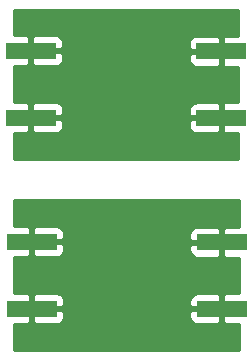
<source format=gbl>
%MOIN*%
%OFA0B0*%
%FSLAX46Y46*%
%IPPOS*%
%LPD*%
%ADD10R,0.16535433070866143X0.053149606299212608*%
%ADD11C,0.031496062992125991*%
%ADD12C,0.01*%
%ADD13C,0.0039370078740157488*%
%ADD24R,0.16535433070866143X0.053149606299212608*%
%ADD25C,0.031496062992125991*%
%ADD26C,0.01*%
%ADD27C,0.0039370078740157488*%
%LPD*%
G01*
D10*
X-0001100000Y0001450000D02*
X0000083000Y0000163779D03*
X0000083000Y0000386220D03*
X0000717000Y0000162779D03*
X0000717000Y0000385220D03*
D11*
X0000249999Y0000450000D03*
X0000549999Y0000450000D03*
X0000549999Y0000099999D03*
X0000249999Y0000099999D03*
X0000247999Y0000358000D03*
X0000252000Y0000190000D03*
X0000548999Y0000190000D03*
X0000549999Y0000359999D03*
X0000104999Y0000481999D03*
X0000697999Y0000479999D03*
X0000697999Y0000064999D03*
X0000102999Y0000064999D03*
X0000361999Y0000184000D03*
X0000443999Y0000364999D03*
D12*
X0000774015Y0000436872D02*
X0000728250Y0000436795D01*
X0000721999Y0000430545D01*
X0000721999Y0000390220D01*
X0000722787Y0000390220D01*
X0000722787Y0000380220D01*
X0000721999Y0000380220D01*
X0000721999Y0000339895D01*
X0000728250Y0000333645D01*
X0000774015Y0000333568D01*
X0000774015Y0000214431D01*
X0000728250Y0000214354D01*
X0000721999Y0000208104D01*
X0000721999Y0000167779D01*
X0000722787Y0000167779D01*
X0000722787Y0000157779D01*
X0000721999Y0000157779D01*
X0000721999Y0000117454D01*
X0000728250Y0000111204D01*
X0000774015Y0000111127D01*
X0000774015Y0000025984D01*
X0000025984Y0000025984D01*
X0000025984Y0000112127D01*
X0000071750Y0000112204D01*
X0000077999Y0000118454D01*
X0000077999Y0000158779D01*
X0000087999Y0000158779D01*
X0000087999Y0000118454D01*
X0000094250Y0000112204D01*
X0000165677Y0000112083D01*
X0000170578Y0000112566D01*
X0000175290Y0000113995D01*
X0000179633Y0000116317D01*
X0000183440Y0000119441D01*
X0000186564Y0000123248D01*
X0000188885Y0000127591D01*
X0000190315Y0000132303D01*
X0000190699Y0000136204D01*
X0000609201Y0000136204D01*
X0000609684Y0000131303D01*
X0000611114Y0000126591D01*
X0000613435Y0000122248D01*
X0000616559Y0000118441D01*
X0000620366Y0000115317D01*
X0000624709Y0000112995D01*
X0000629421Y0000111566D01*
X0000634322Y0000111083D01*
X0000705750Y0000111204D01*
X0000711999Y0000117454D01*
X0000711999Y0000157779D01*
X0000615572Y0000157779D01*
X0000609322Y0000151529D01*
X0000609201Y0000136204D01*
X0000190699Y0000136204D01*
X0000190798Y0000137204D01*
X0000190677Y0000152529D01*
X0000184427Y0000158779D01*
X0000087999Y0000158779D01*
X0000077999Y0000158779D01*
X0000077212Y0000158779D01*
X0000077212Y0000168779D01*
X0000077999Y0000168779D01*
X0000077999Y0000209104D01*
X0000087999Y0000209104D01*
X0000087999Y0000168779D01*
X0000184427Y0000168779D01*
X0000190677Y0000175029D01*
X0000190790Y0000189354D01*
X0000609201Y0000189354D01*
X0000609322Y0000174029D01*
X0000615572Y0000167779D01*
X0000711999Y0000167779D01*
X0000711999Y0000208104D01*
X0000705750Y0000214354D01*
X0000634322Y0000214475D01*
X0000629421Y0000213992D01*
X0000624709Y0000212563D01*
X0000620366Y0000210241D01*
X0000616559Y0000207117D01*
X0000613435Y0000203310D01*
X0000611114Y0000198967D01*
X0000609684Y0000194255D01*
X0000609201Y0000189354D01*
X0000190790Y0000189354D01*
X0000190798Y0000190354D01*
X0000190315Y0000195255D01*
X0000188885Y0000199967D01*
X0000186564Y0000204310D01*
X0000183440Y0000208117D01*
X0000179633Y0000211241D01*
X0000175290Y0000213563D01*
X0000170578Y0000214992D01*
X0000165677Y0000215475D01*
X0000094250Y0000215354D01*
X0000087999Y0000209104D01*
X0000077999Y0000209104D01*
X0000071750Y0000215354D01*
X0000025984Y0000215431D01*
X0000025984Y0000334568D01*
X0000071750Y0000334645D01*
X0000077999Y0000340895D01*
X0000077999Y0000381220D01*
X0000087999Y0000381220D01*
X0000087999Y0000340895D01*
X0000094250Y0000334645D01*
X0000165677Y0000334524D01*
X0000170578Y0000335007D01*
X0000175290Y0000336436D01*
X0000179633Y0000338758D01*
X0000183440Y0000341882D01*
X0000186564Y0000345689D01*
X0000188885Y0000350032D01*
X0000190315Y0000354744D01*
X0000190699Y0000358645D01*
X0000609201Y0000358645D01*
X0000609684Y0000353744D01*
X0000611114Y0000349032D01*
X0000613435Y0000344689D01*
X0000616559Y0000340882D01*
X0000620366Y0000337758D01*
X0000624709Y0000335436D01*
X0000629421Y0000334007D01*
X0000634322Y0000333524D01*
X0000705750Y0000333645D01*
X0000711999Y0000339895D01*
X0000711999Y0000380220D01*
X0000615572Y0000380220D01*
X0000609322Y0000373970D01*
X0000609201Y0000358645D01*
X0000190699Y0000358645D01*
X0000190798Y0000359645D01*
X0000190677Y0000374970D01*
X0000184427Y0000381220D01*
X0000087999Y0000381220D01*
X0000077999Y0000381220D01*
X0000077212Y0000381220D01*
X0000077212Y0000391220D01*
X0000077999Y0000391220D01*
X0000077999Y0000431545D01*
X0000087999Y0000431545D01*
X0000087999Y0000391220D01*
X0000184427Y0000391220D01*
X0000190677Y0000397470D01*
X0000190790Y0000411795D01*
X0000609201Y0000411795D01*
X0000609322Y0000396470D01*
X0000615572Y0000390220D01*
X0000711999Y0000390220D01*
X0000711999Y0000430545D01*
X0000705750Y0000436795D01*
X0000634322Y0000436916D01*
X0000629421Y0000436433D01*
X0000624709Y0000435003D01*
X0000620366Y0000432682D01*
X0000616559Y0000429558D01*
X0000613435Y0000425751D01*
X0000611114Y0000421408D01*
X0000609684Y0000416696D01*
X0000609201Y0000411795D01*
X0000190790Y0000411795D01*
X0000190798Y0000412795D01*
X0000190315Y0000417696D01*
X0000188885Y0000422408D01*
X0000186564Y0000426751D01*
X0000183440Y0000430558D01*
X0000179633Y0000433682D01*
X0000175290Y0000436003D01*
X0000170578Y0000437433D01*
X0000165677Y0000437916D01*
X0000094250Y0000437795D01*
X0000087999Y0000431545D01*
X0000077999Y0000431545D01*
X0000071750Y0000437795D01*
X0000025984Y0000437872D01*
X0000025984Y0000524015D01*
X0000774015Y0000524015D01*
X0000774015Y0000436872D01*
D13*
G36*
X0000774015Y0000436872D02*
G01*
X0000728250Y0000436795D01*
X0000721999Y0000430545D01*
X0000721999Y0000390220D01*
X0000722787Y0000390220D01*
X0000722787Y0000380220D01*
X0000721999Y0000380220D01*
X0000721999Y0000339895D01*
X0000728250Y0000333645D01*
X0000774015Y0000333568D01*
X0000774015Y0000214431D01*
X0000728250Y0000214354D01*
X0000721999Y0000208104D01*
X0000721999Y0000167779D01*
X0000722787Y0000167779D01*
X0000722787Y0000157779D01*
X0000721999Y0000157779D01*
X0000721999Y0000117454D01*
X0000728250Y0000111204D01*
X0000774015Y0000111127D01*
X0000774015Y0000025984D01*
X0000025984Y0000025984D01*
X0000025984Y0000112127D01*
X0000071750Y0000112204D01*
X0000077999Y0000118454D01*
X0000077999Y0000158779D01*
X0000087999Y0000158779D01*
X0000087999Y0000118454D01*
X0000094250Y0000112204D01*
X0000165677Y0000112083D01*
X0000170578Y0000112566D01*
X0000175290Y0000113995D01*
X0000179633Y0000116317D01*
X0000183440Y0000119441D01*
X0000186564Y0000123248D01*
X0000188885Y0000127591D01*
X0000190315Y0000132303D01*
X0000190699Y0000136204D01*
X0000609201Y0000136204D01*
X0000609684Y0000131303D01*
X0000611114Y0000126591D01*
X0000613435Y0000122248D01*
X0000616559Y0000118441D01*
X0000620366Y0000115317D01*
X0000624709Y0000112995D01*
X0000629421Y0000111566D01*
X0000634322Y0000111083D01*
X0000705750Y0000111204D01*
X0000711999Y0000117454D01*
X0000711999Y0000157779D01*
X0000615572Y0000157779D01*
X0000609322Y0000151529D01*
X0000609201Y0000136204D01*
X0000190699Y0000136204D01*
X0000190798Y0000137204D01*
X0000190677Y0000152529D01*
X0000184427Y0000158779D01*
X0000087999Y0000158779D01*
X0000077999Y0000158779D01*
X0000077212Y0000158779D01*
X0000077212Y0000168779D01*
X0000077999Y0000168779D01*
X0000077999Y0000209104D01*
X0000087999Y0000209104D01*
X0000087999Y0000168779D01*
X0000184427Y0000168779D01*
X0000190677Y0000175029D01*
X0000190790Y0000189354D01*
X0000609201Y0000189354D01*
X0000609322Y0000174029D01*
X0000615572Y0000167779D01*
X0000711999Y0000167779D01*
X0000711999Y0000208104D01*
X0000705750Y0000214354D01*
X0000634322Y0000214475D01*
X0000629421Y0000213992D01*
X0000624709Y0000212563D01*
X0000620366Y0000210241D01*
X0000616559Y0000207117D01*
X0000613435Y0000203310D01*
X0000611114Y0000198967D01*
X0000609684Y0000194255D01*
X0000609201Y0000189354D01*
X0000190790Y0000189354D01*
X0000190798Y0000190354D01*
X0000190315Y0000195255D01*
X0000188885Y0000199967D01*
X0000186564Y0000204310D01*
X0000183440Y0000208117D01*
X0000179633Y0000211241D01*
X0000175290Y0000213563D01*
X0000170578Y0000214992D01*
X0000165677Y0000215475D01*
X0000094250Y0000215354D01*
X0000087999Y0000209104D01*
X0000077999Y0000209104D01*
X0000071750Y0000215354D01*
X0000025984Y0000215431D01*
X0000025984Y0000334568D01*
X0000071750Y0000334645D01*
X0000077999Y0000340895D01*
X0000077999Y0000381220D01*
X0000087999Y0000381220D01*
X0000087999Y0000340895D01*
X0000094250Y0000334645D01*
X0000165677Y0000334524D01*
X0000170578Y0000335007D01*
X0000175290Y0000336436D01*
X0000179633Y0000338758D01*
X0000183440Y0000341882D01*
X0000186564Y0000345689D01*
X0000188885Y0000350032D01*
X0000190315Y0000354744D01*
X0000190699Y0000358645D01*
X0000609201Y0000358645D01*
X0000609684Y0000353744D01*
X0000611114Y0000349032D01*
X0000613435Y0000344689D01*
X0000616559Y0000340882D01*
X0000620366Y0000337758D01*
X0000624709Y0000335436D01*
X0000629421Y0000334007D01*
X0000634322Y0000333524D01*
X0000705750Y0000333645D01*
X0000711999Y0000339895D01*
X0000711999Y0000380220D01*
X0000615572Y0000380220D01*
X0000609322Y0000373970D01*
X0000609201Y0000358645D01*
X0000190699Y0000358645D01*
X0000190798Y0000359645D01*
X0000190677Y0000374970D01*
X0000184427Y0000381220D01*
X0000087999Y0000381220D01*
X0000077999Y0000381220D01*
X0000077212Y0000381220D01*
X0000077212Y0000391220D01*
X0000077999Y0000391220D01*
X0000077999Y0000431545D01*
X0000087999Y0000431545D01*
X0000087999Y0000391220D01*
X0000184427Y0000391220D01*
X0000190677Y0000397470D01*
X0000190790Y0000411795D01*
X0000609201Y0000411795D01*
X0000609322Y0000396470D01*
X0000615572Y0000390220D01*
X0000711999Y0000390220D01*
X0000711999Y0000430545D01*
X0000705750Y0000436795D01*
X0000634322Y0000436916D01*
X0000629421Y0000436433D01*
X0000624709Y0000435003D01*
X0000620366Y0000432682D01*
X0000616559Y0000429558D01*
X0000613435Y0000425751D01*
X0000611114Y0000421408D01*
X0000609684Y0000416696D01*
X0000609201Y0000411795D01*
X0000190790Y0000411795D01*
X0000190798Y0000412795D01*
X0000190315Y0000417696D01*
X0000188885Y0000422408D01*
X0000186564Y0000426751D01*
X0000183440Y0000430558D01*
X0000179633Y0000433682D01*
X0000175290Y0000436003D01*
X0000170578Y0000437433D01*
X0000165677Y0000437916D01*
X0000094250Y0000437795D01*
X0000087999Y0000431545D01*
X0000077999Y0000431545D01*
X0000071750Y0000437795D01*
X0000025984Y0000437872D01*
X0000025984Y0000524015D01*
X0000774015Y0000524015D01*
X0000774015Y0000436872D01*
G37*
G04 next file*
%LPD*%
G04 Gerber Fmt 4.6, Leading zero omitted, Abs format (unit mm)*
G04 Created by KiCad (PCBNEW (5.1.10)-1) date 2021-10-03 13:09:16*
G01*
G04 APERTURE LIST*
G04 APERTURE END LIST*
D24*
X-0001102362Y0002086614D02*
X0000080637Y0000800393D03*
X0000080637Y0001022834D03*
X0000714637Y0000799393D03*
X0000714637Y0001021834D03*
D25*
X0000247637Y0001086614D03*
X0000547637Y0001086614D03*
X0000547637Y0000736614D03*
X0000247637Y0000736614D03*
X0000245637Y0000994614D03*
X0000249637Y0000826614D03*
X0000546637Y0000826614D03*
X0000547637Y0000996614D03*
X0000102637Y0001118614D03*
X0000695637Y0001116614D03*
X0000695637Y0000701614D03*
X0000100637Y0000701614D03*
X0000359637Y0000820614D03*
X0000441637Y0001001614D03*
D26*
X0000771653Y0001073486D02*
X0000725887Y0001073409D01*
X0000719637Y0001067159D01*
X0000719637Y0001026834D01*
X0000720425Y0001026834D01*
X0000720425Y0001016834D01*
X0000719637Y0001016834D01*
X0000719637Y0000976509D01*
X0000725887Y0000970259D01*
X0000771653Y0000970182D01*
X0000771653Y0000851045D01*
X0000725887Y0000850968D01*
X0000719637Y0000844718D01*
X0000719637Y0000804393D01*
X0000720425Y0000804393D01*
X0000720425Y0000794393D01*
X0000719637Y0000794393D01*
X0000719637Y0000754068D01*
X0000725887Y0000747818D01*
X0000771653Y0000747741D01*
X0000771653Y0000662598D01*
X0000023622Y0000662598D01*
X0000023622Y0000748741D01*
X0000069387Y0000748818D01*
X0000075637Y0000755068D01*
X0000075637Y0000795393D01*
X0000085637Y0000795393D01*
X0000085637Y0000755068D01*
X0000091887Y0000748818D01*
X0000163314Y0000748697D01*
X0000168215Y0000749180D01*
X0000172928Y0000750610D01*
X0000177271Y0000752931D01*
X0000181078Y0000756055D01*
X0000184202Y0000759862D01*
X0000186523Y0000764205D01*
X0000187953Y0000768918D01*
X0000188337Y0000772818D01*
X0000606839Y0000772818D01*
X0000607322Y0000767918D01*
X0000608751Y0000763205D01*
X0000611073Y0000758862D01*
X0000614197Y0000755055D01*
X0000618004Y0000751931D01*
X0000622347Y0000749610D01*
X0000627059Y0000748180D01*
X0000631960Y0000747697D01*
X0000703387Y0000747818D01*
X0000709637Y0000754068D01*
X0000709637Y0000794393D01*
X0000613210Y0000794393D01*
X0000606960Y0000788143D01*
X0000606839Y0000772818D01*
X0000188337Y0000772818D01*
X0000188435Y0000773818D01*
X0000188314Y0000789143D01*
X0000182064Y0000795393D01*
X0000085637Y0000795393D01*
X0000075637Y0000795393D01*
X0000074850Y0000795393D01*
X0000074850Y0000805393D01*
X0000075637Y0000805393D01*
X0000075637Y0000845718D01*
X0000085637Y0000845718D01*
X0000085637Y0000805393D01*
X0000182064Y0000805393D01*
X0000188314Y0000811643D01*
X0000188427Y0000825968D01*
X0000606839Y0000825968D01*
X0000606960Y0000810643D01*
X0000613210Y0000804393D01*
X0000709637Y0000804393D01*
X0000709637Y0000844718D01*
X0000703387Y0000850968D01*
X0000631960Y0000851089D01*
X0000627059Y0000850606D01*
X0000622347Y0000849177D01*
X0000618004Y0000846855D01*
X0000614197Y0000843731D01*
X0000611073Y0000839924D01*
X0000608751Y0000835581D01*
X0000607322Y0000830869D01*
X0000606839Y0000825968D01*
X0000188427Y0000825968D01*
X0000188435Y0000826968D01*
X0000187953Y0000831869D01*
X0000186523Y0000836581D01*
X0000184202Y0000840924D01*
X0000181078Y0000844731D01*
X0000177271Y0000847855D01*
X0000172928Y0000850177D01*
X0000168215Y0000851606D01*
X0000163314Y0000852089D01*
X0000091887Y0000851968D01*
X0000085637Y0000845718D01*
X0000075637Y0000845718D01*
X0000069387Y0000851968D01*
X0000023622Y0000852045D01*
X0000023622Y0000971182D01*
X0000069387Y0000971259D01*
X0000075637Y0000977509D01*
X0000075637Y0001017834D01*
X0000085637Y0001017834D01*
X0000085637Y0000977509D01*
X0000091887Y0000971259D01*
X0000163314Y0000971138D01*
X0000168215Y0000971621D01*
X0000172928Y0000973051D01*
X0000177271Y0000975372D01*
X0000181078Y0000978496D01*
X0000184202Y0000982303D01*
X0000186523Y0000986646D01*
X0000187953Y0000991358D01*
X0000188337Y0000995259D01*
X0000606839Y0000995259D01*
X0000607322Y0000990358D01*
X0000608751Y0000985646D01*
X0000611073Y0000981303D01*
X0000614197Y0000977496D01*
X0000618004Y0000974372D01*
X0000622347Y0000972051D01*
X0000627059Y0000970621D01*
X0000631960Y0000970138D01*
X0000703387Y0000970259D01*
X0000709637Y0000976509D01*
X0000709637Y0001016834D01*
X0000613210Y0001016834D01*
X0000606960Y0001010584D01*
X0000606839Y0000995259D01*
X0000188337Y0000995259D01*
X0000188435Y0000996259D01*
X0000188314Y0001011584D01*
X0000182064Y0001017834D01*
X0000085637Y0001017834D01*
X0000075637Y0001017834D01*
X0000074850Y0001017834D01*
X0000074850Y0001027834D01*
X0000075637Y0001027834D01*
X0000075637Y0001068159D01*
X0000085637Y0001068159D01*
X0000085637Y0001027834D01*
X0000182064Y0001027834D01*
X0000188314Y0001034084D01*
X0000188427Y0001048409D01*
X0000606839Y0001048409D01*
X0000606960Y0001033084D01*
X0000613210Y0001026834D01*
X0000709637Y0001026834D01*
X0000709637Y0001067159D01*
X0000703387Y0001073409D01*
X0000631960Y0001073530D01*
X0000627059Y0001073047D01*
X0000622347Y0001071618D01*
X0000618004Y0001069296D01*
X0000614197Y0001066172D01*
X0000611073Y0001062365D01*
X0000608751Y0001058022D01*
X0000607322Y0001053310D01*
X0000606839Y0001048409D01*
X0000188427Y0001048409D01*
X0000188435Y0001049409D01*
X0000187953Y0001054310D01*
X0000186523Y0001059022D01*
X0000184202Y0001063365D01*
X0000181078Y0001067172D01*
X0000177271Y0001070296D01*
X0000172928Y0001072618D01*
X0000168215Y0001074047D01*
X0000163314Y0001074530D01*
X0000091887Y0001074409D01*
X0000085637Y0001068159D01*
X0000075637Y0001068159D01*
X0000069387Y0001074409D01*
X0000023622Y0001074486D01*
X0000023622Y0001160629D01*
X0000771653Y0001160629D01*
X0000771653Y0001073486D01*
D27*
G36*
X0000771653Y0001073486D02*
G01*
X0000725887Y0001073409D01*
X0000719637Y0001067159D01*
X0000719637Y0001026834D01*
X0000720425Y0001026834D01*
X0000720425Y0001016834D01*
X0000719637Y0001016834D01*
X0000719637Y0000976509D01*
X0000725887Y0000970259D01*
X0000771653Y0000970182D01*
X0000771653Y0000851045D01*
X0000725887Y0000850968D01*
X0000719637Y0000844718D01*
X0000719637Y0000804393D01*
X0000720425Y0000804393D01*
X0000720425Y0000794393D01*
X0000719637Y0000794393D01*
X0000719637Y0000754068D01*
X0000725887Y0000747818D01*
X0000771653Y0000747741D01*
X0000771653Y0000662598D01*
X0000023622Y0000662598D01*
X0000023622Y0000748741D01*
X0000069387Y0000748818D01*
X0000075637Y0000755068D01*
X0000075637Y0000795393D01*
X0000085637Y0000795393D01*
X0000085637Y0000755068D01*
X0000091887Y0000748818D01*
X0000163314Y0000748697D01*
X0000168215Y0000749180D01*
X0000172928Y0000750610D01*
X0000177271Y0000752931D01*
X0000181078Y0000756055D01*
X0000184202Y0000759862D01*
X0000186523Y0000764205D01*
X0000187953Y0000768918D01*
X0000188337Y0000772818D01*
X0000606839Y0000772818D01*
X0000607322Y0000767918D01*
X0000608751Y0000763205D01*
X0000611073Y0000758862D01*
X0000614197Y0000755055D01*
X0000618004Y0000751931D01*
X0000622347Y0000749610D01*
X0000627059Y0000748180D01*
X0000631960Y0000747697D01*
X0000703387Y0000747818D01*
X0000709637Y0000754068D01*
X0000709637Y0000794393D01*
X0000613210Y0000794393D01*
X0000606960Y0000788143D01*
X0000606839Y0000772818D01*
X0000188337Y0000772818D01*
X0000188435Y0000773818D01*
X0000188314Y0000789143D01*
X0000182064Y0000795393D01*
X0000085637Y0000795393D01*
X0000075637Y0000795393D01*
X0000074850Y0000795393D01*
X0000074850Y0000805393D01*
X0000075637Y0000805393D01*
X0000075637Y0000845718D01*
X0000085637Y0000845718D01*
X0000085637Y0000805393D01*
X0000182064Y0000805393D01*
X0000188314Y0000811643D01*
X0000188427Y0000825968D01*
X0000606839Y0000825968D01*
X0000606960Y0000810643D01*
X0000613210Y0000804393D01*
X0000709637Y0000804393D01*
X0000709637Y0000844718D01*
X0000703387Y0000850968D01*
X0000631960Y0000851089D01*
X0000627059Y0000850606D01*
X0000622347Y0000849177D01*
X0000618004Y0000846855D01*
X0000614197Y0000843731D01*
X0000611073Y0000839924D01*
X0000608751Y0000835581D01*
X0000607322Y0000830869D01*
X0000606839Y0000825968D01*
X0000188427Y0000825968D01*
X0000188435Y0000826968D01*
X0000187953Y0000831869D01*
X0000186523Y0000836581D01*
X0000184202Y0000840924D01*
X0000181078Y0000844731D01*
X0000177271Y0000847855D01*
X0000172928Y0000850177D01*
X0000168215Y0000851606D01*
X0000163314Y0000852089D01*
X0000091887Y0000851968D01*
X0000085637Y0000845718D01*
X0000075637Y0000845718D01*
X0000069387Y0000851968D01*
X0000023622Y0000852045D01*
X0000023622Y0000971182D01*
X0000069387Y0000971259D01*
X0000075637Y0000977509D01*
X0000075637Y0001017834D01*
X0000085637Y0001017834D01*
X0000085637Y0000977509D01*
X0000091887Y0000971259D01*
X0000163314Y0000971138D01*
X0000168215Y0000971621D01*
X0000172928Y0000973051D01*
X0000177271Y0000975372D01*
X0000181078Y0000978496D01*
X0000184202Y0000982303D01*
X0000186523Y0000986646D01*
X0000187953Y0000991358D01*
X0000188337Y0000995259D01*
X0000606839Y0000995259D01*
X0000607322Y0000990358D01*
X0000608751Y0000985646D01*
X0000611073Y0000981303D01*
X0000614197Y0000977496D01*
X0000618004Y0000974372D01*
X0000622347Y0000972051D01*
X0000627059Y0000970621D01*
X0000631960Y0000970138D01*
X0000703387Y0000970259D01*
X0000709637Y0000976509D01*
X0000709637Y0001016834D01*
X0000613210Y0001016834D01*
X0000606960Y0001010584D01*
X0000606839Y0000995259D01*
X0000188337Y0000995259D01*
X0000188435Y0000996259D01*
X0000188314Y0001011584D01*
X0000182064Y0001017834D01*
X0000085637Y0001017834D01*
X0000075637Y0001017834D01*
X0000074850Y0001017834D01*
X0000074850Y0001027834D01*
X0000075637Y0001027834D01*
X0000075637Y0001068159D01*
X0000085637Y0001068159D01*
X0000085637Y0001027834D01*
X0000182064Y0001027834D01*
X0000188314Y0001034084D01*
X0000188427Y0001048409D01*
X0000606839Y0001048409D01*
X0000606960Y0001033084D01*
X0000613210Y0001026834D01*
X0000709637Y0001026834D01*
X0000709637Y0001067159D01*
X0000703387Y0001073409D01*
X0000631960Y0001073530D01*
X0000627059Y0001073047D01*
X0000622347Y0001071618D01*
X0000618004Y0001069296D01*
X0000614197Y0001066172D01*
X0000611073Y0001062365D01*
X0000608751Y0001058022D01*
X0000607322Y0001053310D01*
X0000606839Y0001048409D01*
X0000188427Y0001048409D01*
X0000188435Y0001049409D01*
X0000187953Y0001054310D01*
X0000186523Y0001059022D01*
X0000184202Y0001063365D01*
X0000181078Y0001067172D01*
X0000177271Y0001070296D01*
X0000172928Y0001072618D01*
X0000168215Y0001074047D01*
X0000163314Y0001074530D01*
X0000091887Y0001074409D01*
X0000085637Y0001068159D01*
X0000075637Y0001068159D01*
X0000069387Y0001074409D01*
X0000023622Y0001074486D01*
X0000023622Y0001160629D01*
X0000771653Y0001160629D01*
X0000771653Y0001073486D01*
G37*
M02*
</source>
